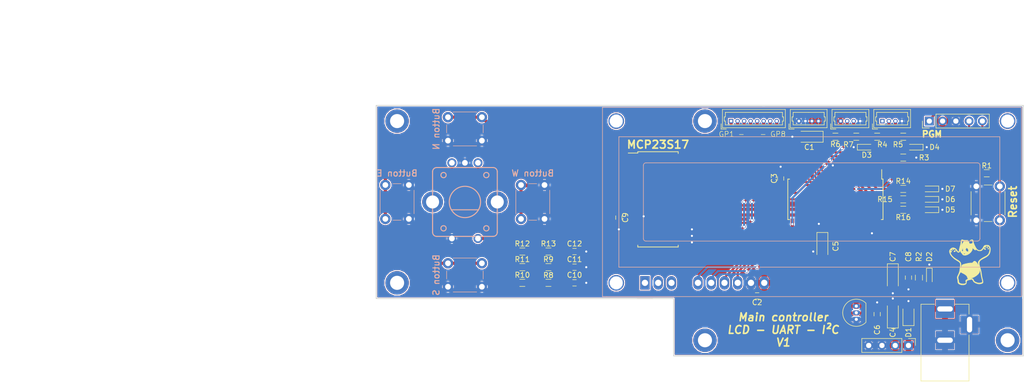
<source format=kicad_pcb>
(kicad_pcb (version 4) (host pcbnew 4.0.7)
  (layers (0 F.Cu signal) (31 B.Cu signal) (34 B.Paste user) (35 F.Paste user) (36 B.SilkS user) (37 F.SilkS user) (38 B.Mask user) (39 F.Mask user) (44 Edge.Cuts user))
  (net 0 "")
  (net 1 +3V3)
  (net 2 GND)
  (net 3 +5V)
  (net 4 "Net-(C5-Pad1)")
  (net 5 /ROT_R1)
  (net 6 /ROT_R2)
  (net 7 /ROT_B1)
  (net 8 "Net-(D2-Pad2)")
  (net 9 "Net-(D3-Pad2)")
  (net 10 "Net-(D4-Pad2)")
  (net 11 /RESET)
  (net 12 /PGM_PGED)
  (net 13 /PGM_PGEC)
  (net 14 /SER_TX)
  (net 15 /SER_RX)
  (net 16 /I2C_SDA)
  (net 17 /I2C_SCL)
  (net 18 /GPA0)
  (net 19 /GPA1)
  (net 20 /GPA2)
  (net 21 /GPA3)
  (net 22 /GPA4)
  (net 23 /GPA5)
  (net 24 /GPA6)
  (net 25 /GPA7)
  (net 26 "Net-(R10-Pad2)")
  (net 27 "Net-(R11-Pad1)")
  (net 28 "Net-(R12-Pad2)")
  (net 29 /BTN0)
  (net 30 /BTN1)
  (net 31 /BTN2)
  (net 32 /BTN3)
  (net 33 /LCD_SS)
  (net 34 /LCD_SDI)
  (net 35 /LCD_SCK)
  (net 36 /LCD_SDO)
  (net 37 /IO_CS)
  (net 38 /IO_SCK)
  (net 39 /IO_SDO)
  (net 40 /IO_SDI)
  (net 41 /IO_INTA)
  (net 42 /IO_INTB)
  (net 43 "Net-(D5-Pad2)")
  (net 44 "Net-(D6-Pad2)")
  (net 45 "Net-(D7-Pad2)")
  (net 46 "Net-(R14-Pad2)")
  (net 47 "Net-(R15-Pad2)")
  (net 48 "Net-(R16-Pad2)")
  (net 49 "Net-(J3-Pad1)")
  (net 50 "Net-(J7-Pad1)")
  (net 51 "Net-(J8-Pad1)")
  (net 52 "Net-(J9-Pad1)")
  (net 53 "Net-(J11-Pad1)")
  (net 54 "Net-(J12-Pad1)")
  (net 55 "Net-(U1-Pad1)")
  (net 56 "Net-(U1-Pad2)")
  (net 57 "Net-(U1-Pad3)")
  (net 58 "Net-(U3-Pad9)")
  (net 59 "Net-(U3-Pad10)")
  (net 60 "Net-(U4-Pad5)")
  (module LCD:mySW_PUSH_6mm (layer B.Cu) (at 47 79.5 180)
    (fp_text reference SW4 hide)
    (fp_text value SW)
    (pad 2 thru_hole circle (at -3.25 -2.25 90) (size 2 2) (drill 1.1) (layers *.Cu *.Mask) (net 2 GND))
    (pad 1 thru_hole circle (at -3.25 2.25 90) (size 2 2) (drill 1.1) (layers *.Cu *.Mask) (net 31 /BTN2))
    (pad 2 thru_hole circle (at 3.25 -2.25 90) (size 2 2) (drill 1.1) (layers *.Cu *.Mask) (net 2 GND))
    (pad 1 thru_hole circle (at 3.25 2.25 90) (size 2 2) (drill 1.1) (layers *.Cu *.Mask) (net 31 /BTN2))
  )
  (module Mounting_Holes:MountingHole_2.7mm_M2.5_ISO14580_Pad (layer F.Cu) (at 93 50)
    (fp_text reference J7 hide)
    (fp_text value MH)
    (pad 1 thru_hole circle (at 0 0) (size 4.5 4.5) (drill 2.7) (layers *.Cu *.Mask) (net 50 "Net-(J7-Pad1)"))
  )
  (module Capacitors_Tantalum_SMD:CP_Tantalum_Case-A_EIA-3216-18_Reflow (layer F.Cu) (at 113 53 180)
    (fp_text reference C1 (at 0 -2 180) (layer F.SilkS))
    (fp_text value 1µ)
    (pad 1 smd rect (at -1.375 0 180) (size 1.95 1.5) (layers F.Cu F.Paste F.Mask) (net 1 +3V3))
    (pad 2 smd rect (at 1.375 0 180) (size 1.95 1.5) (layers F.Cu F.Paste F.Mask) (net 2 GND))
  )
  (module Capacitors_SMD:C_0603_HandSoldering (layer F.Cu) (at 103 83.5 180)
    (fp_text reference C2 (at 0 -1.25 180) (layer F.SilkS))
    (fp_text value 10n)
    (pad 1 smd rect (at -0.95 0 180) (size 1.2 0.75) (layers F.Cu F.Paste F.Mask) (net 3 +5V))
    (pad 2 smd rect (at 0.95 0 180) (size 1.2 0.75) (layers F.Cu F.Paste F.Mask) (net 2 GND))
  )
  (module Capacitors_SMD:C_0603_HandSoldering (layer F.Cu) (at 107.5 61 90)
    (fp_text reference C3 (at 0 -1.25 90) (layer F.SilkS))
    (fp_text value 10n)
    (pad 1 smd rect (at -0.95 0 90) (size 1.2 0.75) (layers F.Cu F.Paste F.Mask) (net 1 +3V3))
    (pad 2 smd rect (at 0.95 0 90) (size 1.2 0.75) (layers F.Cu F.Paste F.Mask) (net 2 GND))
  )
  (module Capacitors_Tantalum_SMD:CP_Tantalum_Case-A_EIA-3216-18_Reflow (layer F.Cu) (at 129 87 90)
    (fp_text reference C4 (at -3.5 0 90) (layer F.SilkS))
    (fp_text value 1µ)
    (pad 1 smd rect (at -1.375 0 90) (size 1.95 1.5) (layers F.Cu F.Paste F.Mask) (net 3 +5V))
    (pad 2 smd rect (at 1.375 0 90) (size 1.95 1.5) (layers F.Cu F.Paste F.Mask) (net 2 GND))
  )
  (module Capacitors_Tantalum_SMD:CP_Tantalum_Case-A_EIA-3216-18_Reflow (layer F.Cu) (at 115.5 74 270)
    (fp_text reference C5 (at 0 -2.55 270) (layer F.SilkS))
    (fp_text value 10µ)
    (pad 1 smd rect (at -1.375 0 270) (size 1.95 1.5) (layers F.Cu F.Paste F.Mask) (net 4 "Net-(C5-Pad1)"))
    (pad 2 smd rect (at 1.375 0 270) (size 1.95 1.5) (layers F.Cu F.Paste F.Mask) (net 2 GND))
  )
  (module Capacitors_SMD:C_0603_HandSoldering (layer F.Cu) (at 126 87 90)
    (fp_text reference C6 (at -3 0 90) (layer F.SilkS))
    (fp_text value 100n)
    (pad 1 smd rect (at -0.95 0 90) (size 1.2 0.75) (layers F.Cu F.Paste F.Mask) (net 3 +5V))
    (pad 2 smd rect (at 0.95 0 90) (size 1.2 0.75) (layers F.Cu F.Paste F.Mask) (net 2 GND))
  )
  (module Capacitors_Tantalum_SMD:CP_Tantalum_Case-A_EIA-3216-18_Reflow (layer F.Cu) (at 129 80 270)
    (fp_text reference C7 (at -4 0 270) (layer F.SilkS))
    (fp_text value 1µ)
    (pad 1 smd rect (at -1.375 0 270) (size 1.95 1.5) (layers F.Cu F.Paste F.Mask) (net 1 +3V3))
    (pad 2 smd rect (at 1.375 0 270) (size 1.95 1.5) (layers F.Cu F.Paste F.Mask) (net 2 GND))
  )
  (module Capacitors_SMD:C_0603_HandSoldering (layer F.Cu) (at 132 80 270)
    (fp_text reference C8 (at -4 0 270) (layer F.SilkS))
    (fp_text value 100n)
    (pad 1 smd rect (at -0.95 0 270) (size 1.2 0.75) (layers F.Cu F.Paste F.Mask) (net 1 +3V3))
    (pad 2 smd rect (at 0.95 0 270) (size 1.2 0.75) (layers F.Cu F.Paste F.Mask) (net 2 GND))
  )
  (module Capacitors_SMD:C_0603_HandSoldering (layer F.Cu) (at 76.5 68.5 270)
    (fp_text reference C9 (at 0 -1.25 270) (layer F.SilkS))
    (fp_text value 100n)
    (pad 1 smd rect (at -0.95 0 270) (size 1.2 0.75) (layers F.Cu F.Paste F.Mask) (net 3 +5V))
    (pad 2 smd rect (at 0.95 0 270) (size 1.2 0.75) (layers F.Cu F.Paste F.Mask) (net 2 GND))
  )
  (module Capacitors_SMD:C_0603_HandSoldering (layer F.Cu) (at 68 81 180)
    (fp_text reference C10 (at 0 1.5 180) (layer F.SilkS))
    (fp_text value 10n)
    (pad 1 smd rect (at -0.95 0 180) (size 1.2 0.75) (layers F.Cu F.Paste F.Mask) (net 2 GND))
    (pad 2 smd rect (at 0.95 0 180) (size 1.2 0.75) (layers F.Cu F.Paste F.Mask) (net 5 /ROT_R1))
  )
  (module Capacitors_SMD:C_0603_HandSoldering (layer F.Cu) (at 68 78)
    (fp_text reference C11 (at 0 -1.5) (layer F.SilkS))
    (fp_text value 10n)
    (pad 1 smd rect (at -0.95 0) (size 1.2 0.75) (layers F.Cu F.Paste F.Mask) (net 6 /ROT_R2))
    (pad 2 smd rect (at 0.95 0) (size 1.2 0.75) (layers F.Cu F.Paste F.Mask) (net 2 GND))
  )
  (module Capacitors_SMD:C_0603_HandSoldering (layer F.Cu) (at 68 75)
    (fp_text reference C12 (at 0 -1.5) (layer F.SilkS))
    (fp_text value 10n)
    (pad 1 smd rect (at -0.95 0) (size 1.2 0.75) (layers F.Cu F.Paste F.Mask) (net 7 /ROT_B1))
    (pad 2 smd rect (at 0.95 0) (size 1.2 0.75) (layers F.Cu F.Paste F.Mask) (net 2 GND))
  )
  (module Diodes_SMD:D_1206 (layer F.Cu) (at 132 87 90)
    (fp_text reference D1 (at -3.5 0 90) (layer F.SilkS))
    (fp_text value D)
    (pad 1 smd rect (at -1.5 0 90) (size 1 1.6) (layers F.Cu F.Paste F.Mask) (net 3 +5V))
    (pad 2 smd rect (at 1.5 0 90) (size 1 1.6) (layers F.Cu F.Paste F.Mask) (net 2 GND))
  )
  (module LEDs:LED_0603_HandSoldering (layer F.Cu) (at 136 80 270)
    (fp_text reference D2 (at -4 0 270) (layer F.SilkS))
    (fp_text value LED)
    (pad 1 smd rect (at -1.1 0 270) (size 1.2 0.9) (layers F.Cu F.Paste F.Mask) (net 2 GND))
    (pad 2 smd rect (at 1.1 0 270) (size 1.2 0.9) (layers F.Cu F.Paste F.Mask) (net 8 "Net-(D2-Pad2)"))
  )
  (module LEDs:LED_0603_HandSoldering (layer F.Cu) (at 124 55)
    (fp_text reference D3 (at 0 1.5) (layer F.SilkS))
    (fp_text value LED)
    (pad 1 smd rect (at -1.1 0) (size 1.2 0.9) (layers F.Cu F.Paste F.Mask) (net 2 GND))
    (pad 2 smd rect (at 1.1 0) (size 1.2 0.9) (layers F.Cu F.Paste F.Mask) (net 9 "Net-(D3-Pad2)"))
  )
  (module LEDs:LED_0603_HandSoldering (layer F.Cu) (at 133 55 180)
    (fp_text reference D4 (at -4 0 180) (layer F.SilkS))
    (fp_text value LED)
    (pad 1 smd rect (at -1.1 0 180) (size 1.2 0.9) (layers F.Cu F.Paste F.Mask) (net 2 GND))
    (pad 2 smd rect (at 1.1 0 180) (size 1.2 0.9) (layers F.Cu F.Paste F.Mask) (net 10 "Net-(D4-Pad2)"))
  )
  (module Pin_Headers:Pin_Header_Straight_1x05_Pitch2.54mm (layer F.Cu) (at 136 50 90)
    (fp_text reference J2 hide)
    (fp_text value PGM)
    (pad 1 thru_hole rect (at 0 0 90) (size 1.7 1.7) (drill 1) (layers *.Cu *.Mask) (net 11 /RESET))
    (pad 2 thru_hole oval (at 0 2.54 90) (size 1.7 1.7) (drill 1) (layers *.Cu *.Mask) (net 1 +3V3))
    (pad 3 thru_hole oval (at 0 5.08 90) (size 1.7 1.7) (drill 1) (layers *.Cu *.Mask) (net 2 GND))
    (pad 4 thru_hole oval (at 0 7.62 90) (size 1.7 1.7) (drill 1) (layers *.Cu *.Mask) (net 12 /PGM_PGED))
    (pad 5 thru_hole oval (at 0 10.16 90) (size 1.7 1.7) (drill 1) (layers *.Cu *.Mask) (net 13 /PGM_PGEC))
  )
  (module Connectors_Molex:Molex_PicoBlade_53047-0410_04x1.25mm_Straight (layer F.Cu) (at 127 50)
    (fp_text reference J3 hide)
    (fp_text value SERIAL)
    (pad 1 thru_hole rect (at 0 0) (size 0.85 0.85) (drill 0.5) (layers *.Cu *.Mask) (net 49 "Net-(J3-Pad1)"))
    (pad 2 thru_hole circle (at 1.25 0) (size 0.85 0.85) (drill 0.5) (layers *.Cu *.Mask) (net 14 /SER_TX))
    (pad 3 thru_hole circle (at 2.5 0) (size 0.85 0.85) (drill 0.5) (layers *.Cu *.Mask) (net 15 /SER_RX))
    (pad 4 thru_hole circle (at 3.75 0) (size 0.85 0.85) (drill 0.5) (layers *.Cu *.Mask) (net 2 GND))
  )
  (module Connectors_Molex:Molex_PicoBlade_53047-0410_04x1.25mm_Straight (layer F.Cu) (at 119 50)
    (fp_text reference J4 hide)
    (fp_text value I2C)
    (pad 1 thru_hole rect (at 0 0) (size 0.85 0.85) (drill 0.5) (layers *.Cu *.Mask) (net 1 +3V3))
    (pad 2 thru_hole circle (at 1.25 0) (size 0.85 0.85) (drill 0.5) (layers *.Cu *.Mask) (net 16 /I2C_SDA))
    (pad 3 thru_hole circle (at 2.5 0) (size 0.85 0.85) (drill 0.5) (layers *.Cu *.Mask) (net 17 /I2C_SCL))
    (pad 4 thru_hole circle (at 3.75 0) (size 0.85 0.85) (drill 0.5) (layers *.Cu *.Mask) (net 2 GND))
  )
  (module Connectors_Molex:Molex_PicoBlade_53047-0810_08x1.25mm_Straight (layer F.Cu) (at 98 50)
    (fp_text reference J5 hide)
    (fp_text value IO)
    (pad 1 thru_hole rect (at 0 0) (size 0.85 0.85) (drill 0.5) (layers *.Cu *.Mask) (net 25 /GPA7))
    (pad 2 thru_hole circle (at 1.25 0) (size 0.85 0.85) (drill 0.5) (layers *.Cu *.Mask) (net 24 /GPA6))
    (pad 3 thru_hole circle (at 2.5 0) (size 0.85 0.85) (drill 0.5) (layers *.Cu *.Mask) (net 23 /GPA5))
    (pad 4 thru_hole circle (at 3.75 0) (size 0.85 0.85) (drill 0.5) (layers *.Cu *.Mask) (net 22 /GPA4))
    (pad 5 thru_hole circle (at 5 0) (size 0.85 0.85) (drill 0.5) (layers *.Cu *.Mask) (net 21 /GPA3))
    (pad 6 thru_hole circle (at 6.25 0) (size 0.85 0.85) (drill 0.5) (layers *.Cu *.Mask) (net 20 /GPA2))
    (pad 7 thru_hole circle (at 7.5 0) (size 0.85 0.85) (drill 0.5) (layers *.Cu *.Mask) (net 19 /GPA1))
    (pad 8 thru_hole circle (at 8.75 0) (size 0.85 0.85) (drill 0.5) (layers *.Cu *.Mask) (net 18 /GPA0))
  )
  (module Connectors_Molex:Molex_PicoBlade_53047-0410_04x1.25mm_Straight (layer F.Cu) (at 111 50)
    (fp_text reference J6 hide)
    (fp_text value PWR)
    (pad 1 thru_hole rect (at 0 0) (size 0.85 0.85) (drill 0.5) (layers *.Cu *.Mask) (net 2 GND))
    (pad 2 thru_hole circle (at 1.25 0) (size 0.85 0.85) (drill 0.5) (layers *.Cu *.Mask) (net 2 GND))
    (pad 3 thru_hole circle (at 2.5 0) (size 0.85 0.85) (drill 0.5) (layers *.Cu *.Mask) (net 1 +3V3))
    (pad 4 thru_hole circle (at 3.75 0) (size 0.85 0.85) (drill 0.5) (layers *.Cu *.Mask) (net 1 +3V3))
  )
  (module Resistors_SMD:R_0603_HandSoldering (layer F.Cu) (at 147 60)
    (fp_text reference R1 (at 0 -1.45) (layer F.SilkS))
    (fp_text value 10k)
    (pad 1 smd rect (at -1.1 0) (size 1.2 0.9) (layers F.Cu F.Paste F.Mask) (net 1 +3V3))
    (pad 2 smd rect (at 1.1 0) (size 1.2 0.9) (layers F.Cu F.Paste F.Mask) (net 11 /RESET))
  )
  (module Resistors_SMD:R_0603_HandSoldering (layer F.Cu) (at 134 80 90)
    (fp_text reference R2 (at 4 0 90) (layer F.SilkS))
    (fp_text value 2.87k)
    (pad 1 smd rect (at -1.1 0 90) (size 1.2 0.9) (layers F.Cu F.Paste F.Mask) (net 8 "Net-(D2-Pad2)"))
    (pad 2 smd rect (at 1.1 0 90) (size 1.2 0.9) (layers F.Cu F.Paste F.Mask) (net 1 +3V3))
  )
  (module Resistors_SMD:R_0603_HandSoldering (layer F.Cu) (at 131 57 180)
    (fp_text reference R3 (at -4 0 180) (layer F.SilkS))
    (fp_text value 10k)
    (pad 1 smd rect (at -1.1 0 180) (size 1.2 0.9) (layers F.Cu F.Paste F.Mask) (net 2 GND))
    (pad 2 smd rect (at 1.1 0 180) (size 1.2 0.9) (layers F.Cu F.Paste F.Mask) (net 15 /SER_RX))
  )
  (module Resistors_SMD:R_0603_HandSoldering (layer F.Cu) (at 126 53)
    (fp_text reference R4 (at 1 1.5) (layer F.SilkS))
    (fp_text value 2k87)
    (pad 1 smd rect (at -1.1 0) (size 1.2 0.9) (layers F.Cu F.Paste F.Mask) (net 9 "Net-(D3-Pad2)"))
    (pad 2 smd rect (at 1.1 0) (size 1.2 0.9) (layers F.Cu F.Paste F.Mask) (net 14 /SER_TX))
  )
  (module Resistors_SMD:R_0603_HandSoldering (layer F.Cu) (at 131 53 180)
    (fp_text reference R5 (at 1 -1.5 180) (layer F.SilkS))
    (fp_text value 2k87)
    (pad 1 smd rect (at -1.1 0 180) (size 1.2 0.9) (layers F.Cu F.Paste F.Mask) (net 10 "Net-(D4-Pad2)"))
    (pad 2 smd rect (at 1.1 0 180) (size 1.2 0.9) (layers F.Cu F.Paste F.Mask) (net 15 /SER_RX))
  )
  (module Resistors_SMD:R_0603_HandSoldering (layer F.Cu) (at 118 53 180)
    (fp_text reference R6 (at 0 -1.45 180) (layer F.SilkS))
    (fp_text value 2k16)
    (pad 1 smd rect (at -1.1 0 180) (size 1.2 0.9) (layers F.Cu F.Paste F.Mask) (net 16 /I2C_SDA))
    (pad 2 smd rect (at 1.1 0 180) (size 1.2 0.9) (layers F.Cu F.Paste F.Mask) (net 1 +3V3))
  )
  (module Resistors_SMD:R_0603_HandSoldering (layer F.Cu) (at 122 53)
    (fp_text reference R7 (at -1.5 1.5) (layer F.SilkS))
    (fp_text value 2k16)
    (pad 1 smd rect (at -1.1 0) (size 1.2 0.9) (layers F.Cu F.Paste F.Mask) (net 17 /I2C_SCL))
    (pad 2 smd rect (at 1.1 0) (size 1.2 0.9) (layers F.Cu F.Paste F.Mask) (net 1 +3V3))
  )
  (module Resistors_SMD:R_0603_HandSoldering (layer F.Cu) (at 63 81)
    (fp_text reference R8 (at 0 -1.45) (layer F.SilkS))
    (fp_text value 10k)
    (pad 1 smd rect (at -1.1 0) (size 1.2 0.9) (layers F.Cu F.Paste F.Mask) (net 26 "Net-(R10-Pad2)"))
    (pad 2 smd rect (at 1.1 0) (size 1.2 0.9) (layers F.Cu F.Paste F.Mask) (net 5 /ROT_R1))
  )
  (module Resistors_SMD:R_0603_HandSoldering (layer F.Cu) (at 63 78)
    (fp_text reference R9 (at 0 -1.5) (layer F.SilkS))
    (fp_text value 10k)
    (pad 1 smd rect (at -1.1 0) (size 1.2 0.9) (layers F.Cu F.Paste F.Mask) (net 27 "Net-(R11-Pad1)"))
    (pad 2 smd rect (at 1.1 0) (size 1.2 0.9) (layers F.Cu F.Paste F.Mask) (net 6 /ROT_R2))
  )
  (module Resistors_SMD:R_0603_HandSoldering (layer F.Cu) (at 58 81)
    (fp_text reference R10 (at 0 -1.5) (layer F.SilkS))
    (fp_text value 10k)
    (pad 1 smd rect (at -1.1 0) (size 1.2 0.9) (layers F.Cu F.Paste F.Mask) (net 3 +5V))
    (pad 2 smd rect (at 1.1 0) (size 1.2 0.9) (layers F.Cu F.Paste F.Mask) (net 26 "Net-(R10-Pad2)"))
  )
  (module Resistors_SMD:R_0603_HandSoldering (layer F.Cu) (at 58 78 180)
    (fp_text reference R11 (at 0 1.5 180) (layer F.SilkS))
    (fp_text value 10k)
    (pad 1 smd rect (at -1.1 0 180) (size 1.2 0.9) (layers F.Cu F.Paste F.Mask) (net 27 "Net-(R11-Pad1)"))
    (pad 2 smd rect (at 1.1 0 180) (size 1.2 0.9) (layers F.Cu F.Paste F.Mask) (net 3 +5V))
  )
  (module Resistors_SMD:R_0603_HandSoldering (layer F.Cu) (at 58 75)
    (fp_text reference R12 (at 0 -1.5) (layer F.SilkS))
    (fp_text value 10k)
    (pad 1 smd rect (at -1.1 0) (size 1.2 0.9) (layers F.Cu F.Paste F.Mask) (net 3 +5V))
    (pad 2 smd rect (at 1.1 0) (size 1.2 0.9) (layers F.Cu F.Paste F.Mask) (net 28 "Net-(R12-Pad2)"))
  )
  (module Resistors_SMD:R_0603_HandSoldering (layer F.Cu) (at 63 75 180)
    (fp_text reference R13 (at 0 1.5 180) (layer F.SilkS))
    (fp_text value 10k)
    (pad 1 smd rect (at -1.1 0 180) (size 1.2 0.9) (layers F.Cu F.Paste F.Mask) (net 7 /ROT_B1))
    (pad 2 smd rect (at 1.1 0 180) (size 1.2 0.9) (layers F.Cu F.Paste F.Mask) (net 28 "Net-(R12-Pad2)"))
  )
  (module Buttons_Switches_THT:SW_PUSH_6mm (layer F.Cu) (at 145 69 90)
    (fp_text reference SW1 hide)
    (fp_text value SW_Push)
    (pad 2 thru_hole circle (at 0 4.5 180) (size 2 2) (drill 1.1) (layers *.Cu *.Mask) (net 11 /RESET))
    (pad 1 thru_hole circle (at 0 0 180) (size 2 2) (drill 1.1) (layers *.Cu *.Mask) (net 2 GND))
    (pad 2 thru_hole circle (at 6.5 4.5 180) (size 2 2) (drill 1.1) (layers *.Cu *.Mask) (net 11 /RESET))
    (pad 1 thru_hole circle (at 6.5 0 180) (size 2 2) (drill 1.1) (layers *.Cu *.Mask) (net 2 GND))
  )
  (module LCD:WC1602A (layer B.Cu) (at 81.4991 81.0007)
    (fp_text reference U1 hide)
    (fp_text value NHD-0216K3Z)
    (pad 1 thru_hole rect (at 0 0) (size 1.8 2.6) (drill 1.2) (layers *.Cu *.Mask) (net 55 "Net-(U1-Pad1)"))
    (pad 2 thru_hole oval (at 2.54 0) (size 1.8 2.6) (drill 1.2) (layers *.Cu *.Mask) (net 56 "Net-(U1-Pad2)"))
    (pad 3 thru_hole oval (at 5.08 0) (size 1.8 2.6) (drill 1.2) (layers *.Cu *.Mask) (net 57 "Net-(U1-Pad3)"))
    (pad 4 thru_hole oval (at 10.16 0) (size 1.8 2.6) (drill 1.2) (layers *.Cu *.Mask) (net 33 /LCD_SS))
    (pad 5 thru_hole oval (at 12.7 0) (size 1.8 2.6) (drill 1.2) (layers *.Cu *.Mask) (net 34 /LCD_SDI))
    (pad 6 thru_hole oval (at 15.24 0) (size 1.8 2.6) (drill 1.2) (layers *.Cu *.Mask) (net 35 /LCD_SCK))
    (pad 7 thru_hole oval (at 17.78 0) (size 1.8 2.6) (drill 1.2) (layers *.Cu *.Mask) (net 36 /LCD_SDO))
    (pad 8 thru_hole oval (at 20.32 0) (size 1.8 2.6) (drill 1.2) (layers *.Cu *.Mask) (net 2 GND))
    (pad 9 thru_hole oval (at 22.86 0) (size 1.8 2.6) (drill 1.2) (layers *.Cu *.Mask) (net 3 +5V))
    (pad "" thru_hole circle (at -5.4991 0) (size 3 3) (drill 2.5) (layers *.Cu *.Mask))
    (pad "" thru_hole circle (at -5.4991 -31.0007) (size 3 3) (drill 2.5) (layers *.Cu *.Mask))
    (pad "" thru_hole circle (at 69.49948 -31.0007) (size 3 3) (drill 2.5) (layers *.Cu *.Mask))
    (pad "" thru_hole circle (at 69.5 0) (size 3 3) (drill 2.5) (layers *.Cu *.Mask))
  )
  (module TO_SOT_Packages_THT:TO-92_Inline_Narrow_Oval (layer F.Cu) (at 122 88 90)
    (fp_text reference U2 hide)
    (fp_text value MCP1700)
    (pad 2 thru_hole oval (at 1.27 0 270) (size 0.9 1.5) (drill 0.6) (layers *.Cu *.Mask) (net 3 +5V))
    (pad 3 thru_hole oval (at 2.54 0 270) (size 0.9 1.5) (drill 0.6) (layers *.Cu *.Mask) (net 1 +3V3))
    (pad 1 thru_hole rect (at 0 0 270) (size 0.9 1.5) (drill 0.6) (layers *.Cu *.Mask) (net 2 GND))
  )
  (module Housings_SOIC:SOIC-28W_7.5x17.9mm_Pitch1.27mm (layer F.Cu) (at 118 65 270)
    (fp_text reference U3 hide)
    (fp_text value dsPIC33EPXXXGP502)
    (pad 1 smd rect (at -4.7 -8.255 270) (size 2 0.6) (layers F.Cu F.Paste F.Mask) (net 11 /RESET))
    (pad 2 smd rect (at -4.7 -6.985 270) (size 2 0.6) (layers F.Cu F.Paste F.Mask) (net 46 "Net-(R14-Pad2)"))
    (pad 3 smd rect (at -4.7 -5.715 270) (size 2 0.6) (layers F.Cu F.Paste F.Mask) (net 47 "Net-(R15-Pad2)"))
    (pad 4 smd rect (at -4.7 -4.445 270) (size 2 0.6) (layers F.Cu F.Paste F.Mask) (net 48 "Net-(R16-Pad2)"))
    (pad 5 smd rect (at -4.7 -3.175 270) (size 2 0.6) (layers F.Cu F.Paste F.Mask) (net 37 /IO_CS))
    (pad 6 smd rect (at -4.7 -1.905 270) (size 2 0.6) (layers F.Cu F.Paste F.Mask) (net 13 /PGM_PGEC))
    (pad 7 smd rect (at -4.7 -0.635 270) (size 2 0.6) (layers F.Cu F.Paste F.Mask) (net 12 /PGM_PGED))
    (pad 8 smd rect (at -4.7 0.635 270) (size 2 0.6) (layers F.Cu F.Paste F.Mask) (net 2 GND))
    (pad 9 smd rect (at -4.7 1.905 270) (size 2 0.6) (layers F.Cu F.Paste F.Mask) (net 58 "Net-(U3-Pad9)"))
    (pad 10 smd rect (at -4.7 3.175 270) (size 2 0.6) (layers F.Cu F.Paste F.Mask) (net 59 "Net-(U3-Pad10)"))
    (pad 11 smd rect (at -4.7 4.445 270) (size 2 0.6) (layers F.Cu F.Paste F.Mask) (net 15 /SER_RX))
    (pad 12 smd rect (at -4.7 5.715 270) (size 2 0.6) (layers F.Cu F.Paste F.Mask) (net 14 /SER_TX))
    (pad 13 smd rect (at -4.7 6.985 270) (size 2 0.6) (layers F.Cu F.Paste F.Mask) (net 1 +3V3))
    (pad 14 smd rect (at -4.7 8.255 270) (size 2 0.6) (layers F.Cu F.Paste F.Mask) (net 16 /I2C_SDA))
    (pad 15 smd rect (at 4.7 8.255 270) (size 2 0.6) (layers F.Cu F.Paste F.Mask) (net 17 /I2C_SCL))
    (pad 16 smd rect (at 4.7 6.985 270) (size 2 0.6) (layers F.Cu F.Paste F.Mask) (net 38 /IO_SCK))
    (pad 17 smd rect (at 4.7 5.715 270) (size 2 0.6) (layers F.Cu F.Paste F.Mask) (net 39 /IO_SDO))
    (pad 18 smd rect (at 4.7 4.445 270) (size 2 0.6) (layers F.Cu F.Paste F.Mask) (net 40 /IO_SDI))
    (pad 19 smd rect (at 4.7 3.175 270) (size 2 0.6) (layers F.Cu F.Paste F.Mask) (net 2 GND))
    (pad 20 smd rect (at 4.7 1.905 270) (size 2 0.6) (layers F.Cu F.Paste F.Mask) (net 4 "Net-(C5-Pad1)"))
    (pad 21 smd rect (at 4.7 0.635 270) (size 2 0.6) (layers F.Cu F.Paste F.Mask) (net 35 /LCD_SCK))
    (pad 22 smd rect (at 4.7 -0.635 270) (size 2 0.6) (layers F.Cu F.Paste F.Mask) (net 36 /LCD_SDO))
    (pad 23 smd rect (at 4.7 -1.905 270) (size 2 0.6) (layers F.Cu F.Paste F.Mask) (net 34 /LCD_SDI))
    (pad 24 smd rect (at 4.7 -3.175 270) (size 2 0.6) (layers F.Cu F.Paste F.Mask) (net 33 /LCD_SS))
    (pad 25 smd rect (at 4.7 -4.445 270) (size 2 0.6) (layers F.Cu F.Paste F.Mask) (net 41 /IO_INTA))
    (pad 26 smd rect (at 4.7 -5.715 270) (size 2 0.6) (layers F.Cu F.Paste F.Mask) (net 42 /IO_INTB))
    (pad 27 smd rect (at 4.7 -6.985 270) (size 2 0.6) (layers F.Cu F.Paste F.Mask) (net 2 GND))
    (pad 28 smd rect (at 4.7 -8.255 270) (size 2 0.6) (layers F.Cu F.Paste F.Mask) (net 1 +3V3))
  )
  (module Housings_SOIC:SOIC-28W_7.5x17.9mm_Pitch1.27mm (layer F.Cu) (at 84 65)
    (fp_text reference U4 hide)
    (fp_text value MCP23S17)
    (pad 1 smd rect (at -4.7 -8.255) (size 2 0.6) (layers F.Cu F.Paste F.Mask) (net 29 /BTN0))
    (pad 2 smd rect (at -4.7 -6.985) (size 2 0.6) (layers F.Cu F.Paste F.Mask) (net 30 /BTN1))
    (pad 3 smd rect (at -4.7 -5.715) (size 2 0.6) (layers F.Cu F.Paste F.Mask) (net 31 /BTN2))
    (pad 4 smd rect (at -4.7 -4.445) (size 2 0.6) (layers F.Cu F.Paste F.Mask) (net 32 /BTN3))
    (pad 5 smd rect (at -4.7 -3.175) (size 2 0.6) (layers F.Cu F.Paste F.Mask) (net 60 "Net-(U4-Pad5)"))
    (pad 6 smd rect (at -4.7 -1.905) (size 2 0.6) (layers F.Cu F.Paste F.Mask) (net 7 /ROT_B1))
    (pad 7 smd rect (at -4.7 -0.635) (size 2 0.6) (layers F.Cu F.Paste F.Mask) (net 6 /ROT_R2))
    (pad 8 smd rect (at -4.7 0.635) (size 2 0.6) (layers F.Cu F.Paste F.Mask) (net 5 /ROT_R1))
    (pad 9 smd rect (at -4.7 1.905) (size 2 0.6) (layers F.Cu F.Paste F.Mask) (net 3 +5V))
    (pad 10 smd rect (at -4.7 3.175) (size 2 0.6) (layers F.Cu F.Paste F.Mask) (net 2 GND))
    (pad 11 smd rect (at -4.7 4.445) (size 2 0.6) (layers F.Cu F.Paste F.Mask) (net 37 /IO_CS))
    (pad 12 smd rect (at -4.7 5.715) (size 2 0.6) (layers F.Cu F.Paste F.Mask) (net 38 /IO_SCK))
    (pad 13 smd rect (at -4.7 6.985) (size 2 0.6) (layers F.Cu F.Paste F.Mask) (net 39 /IO_SDO))
    (pad 14 smd rect (at -4.7 8.255) (size 2 0.6) (layers F.Cu F.Paste F.Mask) (net 40 /IO_SDI))
    (pad 15 smd rect (at 4.7 8.255) (size 2 0.6) (layers F.Cu F.Paste F.Mask) (net 2 GND))
    (pad 16 smd rect (at 4.7 6.985) (size 2 0.6) (layers F.Cu F.Paste F.Mask) (net 2 GND))
    (pad 17 smd rect (at 4.7 5.715) (size 2 0.6) (layers F.Cu F.Paste F.Mask) (net 2 GND))
    (pad 18 smd rect (at 4.7 4.445) (size 2 0.6) (layers F.Cu F.Paste F.Mask) (net 11 /RESET))
    (pad 19 smd rect (at 4.7 3.175) (size 2 0.6) (layers F.Cu F.Paste F.Mask) (net 41 /IO_INTA))
    (pad 20 smd rect (at 4.7 1.905) (size 2 0.6) (layers F.Cu F.Paste F.Mask) (net 42 /IO_INTB))
    (pad 21 smd rect (at 4.7 0.635) (size 2 0.6) (layers F.Cu F.Paste F.Mask) (net 18 /GPA0))
    (pad 22 smd rect (at 4.7 -0.635) (size 2 0.6) (layers F.Cu F.Paste F.Mask) (net 19 /GPA1))
    (pad 23 smd rect (at 4.7 -1.905) (size 2 0.6) (layers F.Cu F.Paste F.Mask) (net 20 /GPA2))
    (pad 24 smd rect (at 4.7 -3.175) (size 2 0.6) (layers F.Cu F.Paste F.Mask) (net 21 /GPA3))
    (pad 25 smd rect (at 4.7 -4.445) (size 2 0.6) (layers F.Cu F.Paste F.Mask) (net 22 /GPA4))
    (pad 26 smd rect (at 4.7 -5.715) (size 2 0.6) (layers F.Cu F.Paste F.Mask) (net 23 /GPA5))
    (pad 27 smd rect (at 4.7 -6.985) (size 2 0.6) (layers F.Cu F.Paste F.Mask) (net 24 /GPA6))
    (pad 28 smd rect (at 4.7 -8.255) (size 2 0.6) (layers F.Cu F.Paste F.Mask) (net 25 /GPA7))
  )
  (module Mounting_Holes:MountingHole_2.7mm_M2.5_ISO14580_Pad (layer F.Cu) (at 93 92)
    (fp_text reference J8 hide)
    (fp_text value MH)
    (pad 1 thru_hole circle (at 0 0) (size 4.5 4.5) (drill 2.7) (layers *.Cu *.Mask) (net 51 "Net-(J8-Pad1)"))
  )
  (module Mounting_Holes:MountingHole_2.7mm_M2.5_ISO14580_Pad (layer F.Cu) (at 151 92)
    (fp_text reference J9 hide)
    (fp_text value MH)
    (pad 1 thru_hole circle (at 0 0) (size 4.5 4.5) (drill 2.7) (layers *.Cu *.Mask) (net 52 "Net-(J9-Pad1)"))
  )
  (module LCD:mySW_PUSH_6mm (layer B.Cu) (at 47 51.5 180)
    (fp_text reference SW2 hide)
    (fp_text value SW)
    (pad 2 thru_hole circle (at -3.25 -2.25 90) (size 2 2) (drill 1.1) (layers *.Cu *.Mask) (net 2 GND))
    (pad 1 thru_hole circle (at -3.25 2.25 90) (size 2 2) (drill 1.1) (layers *.Cu *.Mask) (net 29 /BTN0))
    (pad 2 thru_hole circle (at 3.25 -2.25 90) (size 2 2) (drill 1.1) (layers *.Cu *.Mask) (net 2 GND))
    (pad 1 thru_hole circle (at 3.25 2.25 90) (size 2 2) (drill 1.1) (layers *.Cu *.Mask) (net 29 /BTN0))
  )
  (module LCD:mySW_PUSH_6mm (layer B.Cu) (at 34 65.5 270)
    (fp_text reference SW3 hide)
    (fp_text value SW)
    (pad 2 thru_hole circle (at -3.25 -2.25 180) (size 2 2) (drill 1.1) (layers *.Cu *.Mask) (net 2 GND))
    (pad 1 thru_hole circle (at -3.25 2.25 180) (size 2 2) (drill 1.1) (layers *.Cu *.Mask) (net 30 /BTN1))
    (pad 2 thru_hole circle (at 3.25 -2.25 180) (size 2 2) (drill 1.1) (layers *.Cu *.Mask) (net 2 GND))
    (pad 1 thru_hole circle (at 3.25 2.25 180) (size 2 2) (drill 1.1) (layers *.Cu *.Mask) (net 30 /BTN1))
  )
  (module LCD:mySW_PUSH_6mm (layer B.Cu) (at 60 65.5 270)
    (fp_text reference SW5 hide)
    (fp_text value SW)
    (pad 2 thru_hole circle (at -3.25 -2.25 180) (size 2 2) (drill 1.1) (layers *.Cu *.Mask) (net 2 GND))
    (pad 1 thru_hole circle (at -3.25 2.25 180) (size 2 2) (drill 1.1) (layers *.Cu *.Mask) (net 32 /BTN3))
    (pad 2 thru_hole circle (at 3.25 -2.25 180) (size 2 2) (drill 1.1) (layers *.Cu *.Mask) (net 2 GND))
    (pad 1 thru_hole circle (at 3.25 2.25 180) (size 2 2) (drill 1.1) (layers *.Cu *.Mask) (net 32 /BTN3))
  )
  (module Connect:BARREL_JACK (layer F.Cu) (at 139 86 90)
    (fp_text reference J10 hide)
    (fp_text value Jack-DC)
    (pad 1 thru_hole rect (at 0 0 90) (size 3.5 3.5) (drill oval 1 3) (layers *.Cu *.Mask) (net 3 +5V))
    (pad 2 thru_hole rect (at -6 0 90) (size 3.5 3.5) (drill oval 1 3) (layers *.Cu *.Mask) (net 2 GND))
    (pad 3 thru_hole rect (at -3 4.7 90) (size 3.5 3.5) (drill oval 3 1) (layers *.Cu *.Mask) (net 2 GND))
  )
  (module Pin_Headers:Pin_Header_Straight_1x04_Pitch2.54mm (layer F.Cu) (at 132 93 270)
    (fp_text reference J1 hide)
    (fp_text value 5V)
    (pad 1 thru_hole rect (at 0 0 270) (size 1.7 1.7) (drill 1) (layers *.Cu *.Mask) (net 3 +5V))
    (pad 2 thru_hole oval (at 0 2.54 270) (size 1.7 1.7) (drill 1) (layers *.Cu *.Mask) (net 3 +5V))
    (pad 3 thru_hole oval (at 0 5.08 270) (size 1.7 1.7) (drill 1) (layers *.Cu *.Mask) (net 2 GND))
    (pad 4 thru_hole oval (at 0 7.62 270) (size 1.7 1.7) (drill 1) (layers *.Cu *.Mask) (net 2 GND))
  )
  (module LEDs:LED_0603_HandSoldering (layer F.Cu) (at 136 67 180)
    (fp_text reference D5 (at -4 0 180) (layer F.SilkS))
    (fp_text value LED)
    (pad 1 smd rect (at -1.1 0 180) (size 1.2 0.9) (layers F.Cu F.Paste F.Mask) (net 2 GND))
    (pad 2 smd rect (at 1.1 0 180) (size 1.2 0.9) (layers F.Cu F.Paste F.Mask) (net 43 "Net-(D5-Pad2)"))
  )
  (module LEDs:LED_0603_HandSoldering (layer F.Cu) (at 136 65 180)
    (fp_text reference D6 (at -4 0 180) (layer F.SilkS))
    (fp_text value LED)
    (pad 1 smd rect (at -1.1 0 180) (size 1.2 0.9) (layers F.Cu F.Paste F.Mask) (net 2 GND))
    (pad 2 smd rect (at 1.1 0 180) (size 1.2 0.9) (layers F.Cu F.Paste F.Mask) (net 44 "Net-(D6-Pad2)"))
  )
  (module LEDs:LED_0603_HandSoldering (layer F.Cu) (at 136 63 180)
    (fp_text reference D7 (at -4 0 180) (layer F.SilkS))
    (fp_text value LED)
    (pad 1 smd rect (at -1.1 0 180) (size 1.2 0.9) (layers F.Cu F.Paste F.Mask) (net 2 GND))
    (pad 2 smd rect (at 1.1 0 180) (size 1.2 0.9) (layers F.Cu F.Paste F.Mask) (net 45 "Net-(D7-Pad2)"))
  )
  (module Resistors_SMD:R_0603_HandSoldering (layer F.Cu) (at 131 63 180)
    (fp_text reference R14 (at 0 1.5 180) (layer F.SilkS))
    (fp_text value 2.87k)
    (pad 1 smd rect (at -1.1 0 180) (size 1.2 0.9) (layers F.Cu F.Paste F.Mask) (net 45 "Net-(D7-Pad2)"))
    (pad 2 smd rect (at 1.1 0 180) (size 1.2 0.9) (layers F.Cu F.Paste F.Mask) (net 46 "Net-(R14-Pad2)"))
  )
  (module Resistors_SMD:R_0603_HandSoldering (layer F.Cu) (at 131 65 180)
    (fp_text reference R15 (at 3.5 0 180) (layer F.SilkS))
    (fp_text value 2.87k)
    (pad 1 smd rect (at -1.1 0 180) (size 1.2 0.9) (layers F.Cu F.Paste F.Mask) (net 44 "Net-(D6-Pad2)"))
    (pad 2 smd rect (at 1.1 0 180) (size 1.2 0.9) (layers F.Cu F.Paste F.Mask) (net 47 "Net-(R15-Pad2)"))
  )
  (module Resistors_SMD:R_0603_HandSoldering (layer F.Cu) (at 131 67 180)
    (fp_text reference R16 (at 0 -1.45 180) (layer F.SilkS))
    (fp_text value 2.87k)
    (pad 1 smd rect (at -1.1 0 180) (size 1.2 0.9) (layers F.Cu F.Paste F.Mask) (net 43 "Net-(D5-Pad2)"))
    (pad 2 smd rect (at 1.1 0 180) (size 1.2 0.9) (layers F.Cu F.Paste F.Mask) (net 48 "Net-(R16-Pad2)"))
  )
  (module Rotary-Encoders:ALPS_STEC12E08 (layer B.Cu) (at 47 65.5)
    (fp_text reference SW6 hide)
    (fp_text value Rotary hide)
    (pad 1 thru_hole circle (at -2.5 -7.5) (size 1.75 1.75) (drill 1.1) (layers *.Cu *.Mask) (net 26 "Net-(R10-Pad2)"))
    (pad 3 thru_hole circle (at 2.5 -7.5) (size 1.75 1.75) (drill 1.1) (layers *.Cu *.Mask) (net 27 "Net-(R11-Pad1)"))
    (pad 2 thru_hole circle (at 0 -7.5) (size 1.75 1.75) (drill 1.1) (layers *.Cu *.Mask) (net 2 GND))
    (pad 4 thru_hole circle (at 2.5 7) (size 1.75 1.75) (drill 1.1) (layers *.Cu *.Mask) (net 28 "Net-(R12-Pad2)"))
    (pad 5 thru_hole circle (at -2.5 7) (size 1.75 1.75) (drill 1.1) (layers *.Cu *.Mask) (net 2 GND))
    (pad body thru_hole oval (at 6.2 0) (size 4 4) (drill 2.5) (layers *.Cu *.Mask))
    (pad body thru_hole oval (at -6.2 0) (size 4 4) (drill 2.5) (layers *.Cu *.Mask))
  )
  (module Mounting_Holes:MountingHole_2.7mm_M2.5_ISO14580_Pad (layer F.Cu) (at 34 81)
    (fp_text reference J11 hide)
    (fp_text value MH)
    (pad 1 thru_hole circle (at 0 0) (size 4.5 4.5) (drill 2.7) (layers *.Cu *.Mask) (net 53 "Net-(J11-Pad1)"))
  )
  (module Mounting_Holes:MountingHole_2.7mm_M2.5_ISO14580_Pad (layer F.Cu) (at 34 50)
    (fp_text reference J12 hide)
    (fp_text value MH)
    (pad 1 thru_hole circle (at 0 0) (size 4.5 4.5) (drill 2.7) (layers *.Cu *.Mask) (net 54 "Net-(J12-Pad1)"))
  )
  (module PandaLogos:Panda9x9mm (layer F.Cu) (at 144 77)
    (fp_text reference G*** hide)
    (fp_text value Panda hide)
  )
  (gr_text "Main controller\nLCD - UART - I²C\nV1" (at 108 90) (layer F.SilkS) (effects (font (size 1.5 1.5) (thickness 0.3) italic)))
  (gr_text PGM (at 136.5 52.5) (layer F.SilkS) (effects (font (size 1.2 1.2) (thickness 0.3))))
  (gr_text "- GP8" (at 106 52.5) (layer F.SilkS) (effects (font (size 1 1) (thickness 0.1))))
  (gr_text "GP1 - " (at 98.5 52.5) (layer F.SilkS) (effects (font (size 1 1) (thickness 0.1))))
  (gr_text Reset (at 152 65.5 90) (layer F.SilkS) (effects (font (size 1.5 1.5) (thickness 0.3))))
  (gr_text "Button W" (at 60 60) (layer B.SilkS) (effects (font (size 1.2 1.2) (thickness 0.2)) (justify mirror)))
  (gr_text "Button S" (at 41.5 79.5 90) (layer B.SilkS) (effects (font (size 1.2 1.2) (thickness 0.2)) (justify mirror)))
  (gr_text "Button N" (at 41.5 51.5 90) (layer B.SilkS) (effects (font (size 1.2 1.2) (thickness 0.2)) (justify mirror)))
  (gr_text "Button E" (at 34 60) (layer B.SilkS) (effects (font (size 1.2 1.2) (thickness 0.2)) (justify mirror)))
  (gr_text MCP23S17 (at 84 54.5) (layer F.SilkS) (effects (font (size 1.5 1.5) (thickness 0.3))))
  (gr_line (start 30 84) (end 87 84) (angle 90) (layer Edge.Cuts) (width 0.15))
  (gr_line (start 30 83) (end 30 84) (angle 90) (layer Edge.Cuts) (width 0.15))
  (gr_line (start 87 95) (end 154 95) (angle 90) (layer Edge.Cuts) (width 0.15))
  (gr_line (start 87 84) (end 87 95) (angle 90) (layer Edge.Cuts) (width 0.15))
  (gr_line (start 30 47) (end 30 83) (angle 90) (layer Edge.Cuts) (width 0.15))
  (gr_line (start 154 47) (end 30 47) (angle 90) (layer Edge.Cuts) (width 0.15))
  (gr_line (start 154 95) (end 154 47) (angle 90) (layer Edge.Cuts) (width 0.15))
  (segment (start 137.1 67) (end 138.5 67) (width 0.4) (layer F.Cu) (net 2))
  (via (at 138.5 67) (size 0.6) (drill 0.4) (layers F.Cu B.Cu) (net 2))
  (segment (start 137.1 65) (end 138.5 65) (width 0.4) (layer F.Cu) (net 2))
  (via (at 138.5 65) (size 0.6) (drill 0.4) (layers F.Cu B.Cu) (net 2))
  (segment (start 137.1 63) (end 138.5 63) (width 0.4) (layer F.Cu) (net 2))
  (via (at 138.5 63) (size 0.6) (drill 0.4) (layers F.Cu B.Cu) (net 2))
  (segment (start 76.5 69.45) (end 76.5 70.75) (width 0.5) (layer F.Cu) (net 2))
  (via (at 76.5 70.75) (size 0.6) (drill 0.4) (layers F.Cu B.Cu) (net 2))
  (segment (start 79.3 68.175) (end 81.175 68.175) (width 0.5) (layer F.Cu) (net 2))
  (via (at 81.25 68.25) (size 0.6) (drill 0.4) (layers F.Cu B.Cu) (net 2))
  (segment (start 81.175 68.175) (end 81.25 68.25) (width 0.5) (layer F.Cu) (net 2))
  (segment (start 88.7 73.255) (end 90.495 73.255) (width 0.5) (layer F.Cu) (net 2))
  (via (at 90.5 73.25) (size 0.6) (drill 0.4) (layers F.Cu B.Cu) (net 2))
  (segment (start 90.495 73.255) (end 90.5 73.25) (width 0.5) (layer F.Cu) (net 2))
  (segment (start 88.7 71.985) (end 90.485 71.985) (width 0.5) (layer F.Cu) (net 2))
  (via (at 90.5 72) (size 0.6) (drill 0.4) (layers F.Cu B.Cu) (net 2))
  (segment (start 90.485 71.985) (end 90.5 72) (width 0.5) (layer F.Cu) (net 2))
  (segment (start 88.7 70.715) (end 90.465 70.715) (width 0.5) (layer F.Cu) (net 2))
  (via (at 90.5 70.75) (size 0.6) (drill 0.4) (layers F.Cu B.Cu) (net 2))
  (segment (start 90.465 70.715) (end 90.5 70.75) (width 0.5) (layer F.Cu) (net 2))
  (segment (start 68.95 81) (end 70.25 81) (width 0.5) (layer F.Cu) (net 2))
  (via (at 70.25 81) (size 0.6) (drill 0.4) (layers F.Cu B.Cu) (net 2))
  (segment (start 68.95 78) (end 70.25 78) (width 0.5) (layer F.Cu) (net 2))
  (via (at 70.25 78) (size 0.6) (drill 0.4) (layers F.Cu B.Cu) (net 2))
  (segment (start 68.95 75) (end 70.25 75) (width 0.5) (layer F.Cu) (net 2))
  (via (at 70.25 75) (size 0.6) (drill 0.4) (layers F.Cu B.Cu) (net 2))
  (segment (start 117.365 60.3) (end 117.365 58.635) (width 0.5) (layer F.Cu) (net 2))
  (via (at 117.5 58.5) (size 0.6) (drill 0.4) (layers F.Cu B.Cu) (net 2))
  (segment (start 117.365 58.635) (end 117.5 58.5) (width 0.5) (layer F.Cu) (net 2))
  (segment (start 107.5 60.05) (end 107.5 58.75) (width 0.5) (layer F.Cu) (net 2))
  (via (at 107.5 58.75) (size 0.6) (drill 0.4) (layers F.Cu B.Cu) (net 2))
  (segment (start 111.625 53) (end 109.75 53) (width 0.5) (layer F.Cu) (net 2))
  (via (at 109.75 53) (size 0.6) (drill 0.4) (layers F.Cu B.Cu) (net 2))
  (segment (start 122.9 55) (end 121.5 55) (width 0.5) (layer F.Cu) (net 2))
  (via (at 121.5 55) (size 0.6) (drill 0.4) (layers F.Cu B.Cu) (net 2))
  (segment (start 132.1 57) (end 133.5 57) (width 0.5) (layer F.Cu) (net 2))
  (via (at 133.5 57) (size 0.6) (drill 0.4) (layers F.Cu B.Cu) (net 2))
  (segment (start 134.1 55) (end 135.25 55) (width 0.5) (layer F.Cu) (net 2))
  (via (at 135.5 55) (size 0.6) (drill 0.4) (layers F.Cu B.Cu) (net 2))
  (segment (start 135.25 55) (end 135.5 55) (width 0.5) (layer F.Cu) (net 2))
  (segment (start 136 78.9) (end 136 77.5) (width 0.5) (layer F.Cu) (net 2))
  (via (at 136 77.5) (size 0.6) (drill 0.4) (layers F.Cu B.Cu) (net 2))
  (segment (start 132 80.95) (end 132 82.25) (width 0.5) (layer F.Cu) (net 2))
  (via (at 132 82.25) (size 0.6) (drill 0.4) (layers F.Cu B.Cu) (net 2))
  (segment (start 129 81.375) (end 129 83) (width 0.5) (layer F.Cu) (net 2))
  (via (at 129 83) (size 0.6) (drill 0.4) (layers F.Cu B.Cu) (net 2))
  (segment (start 132 85.5) (end 132 84.5) (width 0.5) (layer F.Cu) (net 2))
  (via (at 132 84.5) (size 0.6) (drill 0.4) (layers F.Cu B.Cu) (net 2))
  (segment (start 126 86.05) (end 126 84.75) (width 0.5) (layer F.Cu) (net 2))
  (via (at 126 84.75) (size 0.6) (drill 0.4) (layers F.Cu B.Cu) (net 2))
  (segment (start 129 85.625) (end 129 84) (width 0.5) (layer F.Cu) (net 2))
  (via (at 129 84) (size 0.6) (drill 0.4) (layers F.Cu B.Cu) (net 2))
  (segment (start 102.05 83.5) (end 102.05 81.2316) (width 0.4) (layer F.Cu) (net 2))
  (segment (start 102.05 81.2316) (end 101.8191 81.0007) (width 0.4) (layer F.Cu) (net 2))
  (segment (start 115.5 75.375) (end 114.125 75.375) (width 0.4) (layer F.Cu) (net 2))
  (via (at 113.75 75) (size 0.6) (drill 0.4) (layers F.Cu B.Cu) (net 2))
  (segment (start 114.125 75.375) (end 113.75 75) (width 0.4) (layer F.Cu) (net 2))
  (segment (start 124.985 69.7) (end 124.985 71.485) (width 0.4) (layer F.Cu) (net 2))
  (via (at 125 71.5) (size 0.6) (drill 0.4) (layers F.Cu B.Cu) (net 2))
  (segment (start 124.985 71.485) (end 125 71.5) (width 0.4) (layer F.Cu) (net 2))
  (via (at 114.825 69.7) (size 0.6) (drill 0.4) (layers F.Cu B.Cu) (net 2))
  (segment (start 114.75 69.75) (end 114.775 69.75) (width 0.4) (layer B.Cu) (net 2))
  (segment (start 114.775 69.75) (end 114.825 69.7) (width 0.4) (layer B.Cu) (net 2))
  (segment (start 116.095 69.7) (end 116.095 72.03) (width 0.4) (layer F.Cu) (net 4))
  (segment (start 116.095 72.03) (end 115.5 72.625) (width 0.4) (layer F.Cu) (net 4))
  (segment (start 79.3 65.635) (end 75.865 65.635) (width 0.5) (layer F.Cu) (net 5))
  (segment (start 67.05 80.45) (end 67.05 81) (width 0.5) (layer F.Cu) (net 5))
  (segment (start 68 79.5) (end 67.05 80.45) (width 0.5) (layer F.Cu) (net 5))
  (segment (start 71 79.5) (end 68 79.5) (width 0.5) (layer F.Cu) (net 5))
  (segment (start 75 75.5) (end 71 79.5) (width 0.5) (layer F.Cu) (net 5))
  (segment (start 75 66.5) (end 75 75.5) (width 0.5) (layer F.Cu) (net 5))
  (segment (start 75.865 65.635) (end 75 66.5) (width 0.5) (layer F.Cu) (net 5))
  (segment (start 67.05 81) (end 64.1 81) (width 0.5) (layer F.Cu) (net 5))
  (segment (start 67.05 78) (end 67.05 77.45) (width 0.5) (layer F.Cu) (net 6))
  (segment (start 75.635 64.365) (end 79.3 64.365) (width 0.5) (layer F.Cu) (net 6))
  (segment (start 74 66) (end 75.635 64.365) (width 0.5) (layer F.Cu) (net 6))
  (segment (start 74 74.5) (end 74 66) (width 0.5) (layer F.Cu) (net 6))
  (segment (start 72 76.5) (end 74 74.5) (width 0.5) (layer F.Cu) (net 6))
  (segment (start 68 76.5) (end 72 76.5) (width 0.5) (layer F.Cu) (net 6))
  (segment (start 67.05 77.45) (end 68 76.5) (width 0.5) (layer F.Cu) (net 6))
  (segment (start 67.05 78) (end 64.1 78) (width 0.5) (layer F.Cu) (net 6))
  (segment (start 79.3 63.095) (end 75.405 63.095) (width 0.5) (layer F.Cu) (net 7))
  (segment (start 67.05 74.45) (end 67.05 75) (width 0.5) (layer F.Cu) (net 7))
  (segment (start 68 73.5) (end 67.05 74.45) (width 0.5) (layer F.Cu) (net 7))
  (segment (start 70.5 73.5) (end 68 73.5) (width 0.5) (layer F.Cu) (net 7))
  (segment (start 73 71) (end 70.5 73.5) (width 0.5) (layer F.Cu) (net 7))
  (segment (start 73 65.5) (end 73 71) (width 0.5) (layer F.Cu) (net 7))
  (segment (start 75.405 63.095) (end 73 65.5) (width 0.5) (layer F.Cu) (net 7))
  (segment (start 67.05 75) (end 64.1 75) (width 0.5) (layer F.Cu) (net 7))
  (segment (start 134 81.1) (end 136 81.1) (width 0.5) (layer F.Cu) (net 8))
  (segment (start 124.9 53) (end 124.9 54.8) (width 0.4) (layer F.Cu) (net 9))
  (segment (start 124.9 54.8) (end 125.1 55) (width 0.4) (layer F.Cu) (net 9))
  (segment (start 132.1 53) (end 132.1 54.8) (width 0.4) (layer F.Cu) (net 10))
  (segment (start 132.1 54.8) (end 131.9 55) (width 0.4) (layer F.Cu) (net 10))
  (segment (start 129 60.3) (end 129 61) (width 0.4) (layer F.Cu) (net 11))
  (segment (start 101.5 69.5) (end 88.755 69.5) (width 0.4) (layer F.Cu) (net 11))
  (segment (start 102 69) (end 101.5 69.5) (width 0.4) (layer F.Cu) (net 11))
  (via (at 102 69) (size 0.6) (drill 0.4) (layers F.Cu B.Cu) (net 11))
  (segment (start 102 65.5) (end 102 69) (width 0.4) (layer B.Cu) (net 11))
  (via (at 102 65.5) (size 0.6) (drill 0.4) (layers F.Cu B.Cu) (net 11))
  (segment (start 102.5 65) (end 102 65.5) (width 0.4) (layer F.Cu) (net 11))
  (segment (start 111.5 65) (end 102.5 65) (width 0.4) (layer F.Cu) (net 11))
  (segment (start 113.5 63) (end 111.5 65) (width 0.4) (layer F.Cu) (net 11))
  (segment (start 122 63) (end 113.5 63) (width 0.4) (layer F.Cu) (net 11))
  (via (at 122 63) (size 0.6) (drill 0.4) (layers F.Cu B.Cu) (net 11))
  (segment (start 127 63) (end 122 63) (width 0.4) (layer B.Cu) (net 11))
  (segment (start 128.5 61.5) (end 127 63) (width 0.4) (layer B.Cu) (net 11))
  (via (at 128.5 61.5) (size 0.6) (drill 0.4) (layers F.Cu B.Cu) (net 11))
  (segment (start 129 61) (end 128.5 61.5) (width 0.4) (layer F.Cu) (net 11))
  (segment (start 88.755 69.5) (end 88.7 69.445) (width 0.4) (layer F.Cu) (net 11))
  (segment (start 126.255 60.3) (end 129 60.3) (width 0.4) (layer F.Cu) (net 11))
  (segment (start 129 60.3) (end 141.2 60.3) (width 0.4) (layer F.Cu) (net 11))
  (segment (start 146.6 58.5) (end 148.1 60) (width 0.4) (layer F.Cu) (net 11))
  (segment (start 143 58.5) (end 146.6 58.5) (width 0.4) (layer F.Cu) (net 11))
  (segment (start 141.2 60.3) (end 143 58.5) (width 0.4) (layer F.Cu) (net 11))
  (segment (start 88.755 69.5) (end 88.7 69.445) (width 0.4) (layer F.Cu) (net 11))
  (segment (start 149.5 69) (end 149.5 62.5) (width 0.4) (layer F.Cu) (net 11))
  (segment (start 149.5 62.5) (end 149.5 61.4) (width 0.4) (layer F.Cu) (net 11))
  (segment (start 149.5 61.4) (end 148.1 60) (width 0.4) (layer F.Cu) (net 11))
  (segment (start 136 50) (end 136 49.75) (width 0.4) (layer F.Cu) (net 11))
  (segment (start 136 49.75) (end 137.25 48.5) (width 0.4) (layer F.Cu) (net 11))
  (segment (start 148.1 49.6) (end 148.1 60) (width 0.4) (layer F.Cu) (net 11))
  (segment (start 147 48.5) (end 148.1 49.6) (width 0.4) (layer F.Cu) (net 11))
  (segment (start 137.25 48.5) (end 147 48.5) (width 0.4) (layer F.Cu) (net 11))
  (segment (start 118.635 60.3) (end 118.635 58.365) (width 0.4) (layer F.Cu) (net 12))
  (segment (start 143.62 52.38) (end 143.62 50) (width 0.4) (layer F.Cu) (net 12))
  (segment (start 137.75 58.25) (end 143.62 52.38) (width 0.4) (layer F.Cu) (net 12))
  (segment (start 129 58.25) (end 137.75 58.25) (width 0.4) (layer F.Cu) (net 12))
  (segment (start 128.25 57.5) (end 129 58.25) (width 0.4) (layer F.Cu) (net 12))
  (segment (start 119.5 57.5) (end 128.25 57.5) (width 0.4) (layer F.Cu) (net 12))
  (segment (start 118.635 58.365) (end 119.5 57.5) (width 0.4) (layer F.Cu) (net 12))
  (segment (start 119.905 60.3) (end 119.905 58.595) (width 0.4) (layer F.Cu) (net 13))
  (segment (start 146.16 52.34) (end 146.16 50) (width 0.4) (layer F.Cu) (net 13))
  (segment (start 139.25 59.25) (end 146.16 52.34) (width 0.4) (layer F.Cu) (net 13))
  (segment (start 128.75 59.25) (end 139.25 59.25) (width 0.4) (layer F.Cu) (net 13))
  (segment (start 127.75 58.25) (end 128.75 59.25) (width 0.4) (layer F.Cu) (net 13))
  (segment (start 120.25 58.25) (end 127.75 58.25) (width 0.4) (layer F.Cu) (net 13))
  (segment (start 119.905 58.595) (end 120.25 58.25) (width 0.4) (layer F.Cu) (net 13))
  (segment (start 112.285 60.3) (end 112.285 57.715) (width 0.4) (layer F.Cu) (net 14))
  (segment (start 127.1 54.9) (end 127.1 53) (width 0.4) (layer F.Cu) (net 14))
  (segment (start 126 56) (end 127.1 54.9) (width 0.4) (layer F.Cu) (net 14))
  (segment (start 114 56) (end 126 56) (width 0.4) (layer F.Cu) (net 14))
  (segment (start 112.285 57.715) (end 114 56) (width 0.4) (layer F.Cu) (net 14))
  (segment (start 128.25 50) (end 128.25 51.85) (width 0.6) (layer F.Cu) (net 14))
  (segment (start 128.25 51.85) (end 127.1 53) (width 0.6) (layer F.Cu) (net 14))
  (segment (start 113.555 60.3) (end 113.555 57.695) (width 0.4) (layer F.Cu) (net 15))
  (segment (start 114.5 56.75) (end 129.65 56.75) (width 0.4) (layer F.Cu) (net 15))
  (segment (start 113.555 57.695) (end 114.5 56.75) (width 0.4) (layer F.Cu) (net 15))
  (segment (start 129.65 56.75) (end 129.9 57) (width 0.4) (layer F.Cu) (net 15))
  (segment (start 129.5 50) (end 129.5 52.6) (width 0.6) (layer F.Cu) (net 15))
  (segment (start 129.5 52.6) (end 129.9 53) (width 0.6) (layer F.Cu) (net 15))
  (segment (start 129.9 57) (end 129.9 53) (width 0.6) (layer F.Cu) (net 15))
  (segment (start 119.1 53.9) (end 119.1 53) (width 0.4) (layer F.Cu) (net 16))
  (segment (start 117.75 55.25) (end 119.1 53.9) (width 0.4) (layer F.Cu) (net 16))
  (segment (start 113.25 55.25) (end 117.75 55.25) (width 0.4) (layer F.Cu) (net 16))
  (segment (start 109.745 58.755) (end 113.25 55.25) (width 0.4) (layer F.Cu) (net 16))
  (segment (start 109.745 60.3) (end 109.745 58.755) (width 0.4) (layer F.Cu) (net 16))
  (segment (start 120.25 50) (end 120.25 50.75) (width 0.6) (layer F.Cu) (net 16))
  (segment (start 119.1 51.9) (end 119.1 53) (width 0.6) (layer F.Cu) (net 16))
  (segment (start 120.25 50.75) (end 119.1 51.9) (width 0.6) (layer F.Cu) (net 16))
  (segment (start 120.9 53) (end 120.9 53.6) (width 0.4) (layer F.Cu) (net 17))
  (segment (start 109.75 69.75) (end 109.745 69.745) (width 0.4) (layer F.Cu) (net 17))
  (via (at 109.75 69.75) (size 0.6) (drill 0.4) (layers F.Cu B.Cu) (net 17))
  (segment (start 109.75 64.75) (end 109.75 69.75) (width 0.4) (layer B.Cu) (net 17))
  (segment (start 116 58.5) (end 109.75 64.75) (width 0.4) (layer B.Cu) (net 17))
  (via (at 116 58.5) (size 0.6) (drill 0.4) (layers F.Cu B.Cu) (net 17))
  (segment (start 117 57.5) (end 116 58.5) (width 0.4) (layer F.Cu) (net 17))
  (via (at 117 57.5) (size 0.6) (drill 0.4) (layers F.Cu B.Cu) (net 17))
  (segment (start 119.25 55.25) (end 117 57.5) (width 0.4) (layer B.Cu) (net 17))
  (via (at 119.25 55.25) (size 0.6) (drill 0.4) (layers F.Cu B.Cu) (net 17))
  (segment (start 120.9 53.6) (end 119.25 55.25) (width 0.4) (layer F.Cu) (net 17))
  (segment (start 109.745 69.745) (end 109.745 69.7) (width 0.4) (layer F.Cu) (net 17))
  (segment (start 120.9 53) (end 120.9 53.35) (width 0.4) (layer F.Cu) (net 17))
  (segment (start 121.5 50) (end 121.5 51.5) (width 0.6) (layer F.Cu) (net 17))
  (segment (start 120.9 52.1) (end 120.9 53) (width 0.6) (layer F.Cu) (net 17))
  (segment (start 121.5 51.5) (end 120.9 52.1) (width 0.6) (layer F.Cu) (net 17))
  (segment (start 88.7 65.635) (end 98.365 65.635) (width 0.6) (layer F.Cu) (net 18))
  (segment (start 106.75 57.25) (end 106.75 50) (width 0.6) (layer F.Cu) (net 18))
  (segment (start 98.365 65.635) (end 106.75 57.25) (width 0.6) (layer F.Cu) (net 18))
  (segment (start 88.7 64.365) (end 97.635 64.365) (width 0.6) (layer F.Cu) (net 19))
  (segment (start 105.5 56.5) (end 105.5 50) (width 0.6) (layer F.Cu) (net 19))
  (segment (start 97.635 64.365) (end 105.5 56.5) (width 0.6) (layer F.Cu) (net 19))
  (segment (start 88.7 63.095) (end 96.905 63.095) (width 0.6) (layer F.Cu) (net 20))
  (segment (start 104.25 55.75) (end 104.25 50) (width 0.6) (layer F.Cu) (net 20))
  (segment (start 96.905 63.095) (end 104.25 55.75) (width 0.6) (layer F.Cu) (net 20))
  (segment (start 88.7 61.825) (end 96.175 61.825) (width 0.6) (layer F.Cu) (net 21))
  (segment (start 103 55) (end 103 50) (width 0.6) (layer F.Cu) (net 21))
  (segment (start 96.175 61.825) (end 103 55) (width 0.6) (layer F.Cu) (net 21))
  (segment (start 88.7 60.555) (end 95.445 60.555) (width 0.6) (layer F.Cu) (net 22))
  (segment (start 101.75 54.25) (end 101.75 50) (width 0.6) (layer F.Cu) (net 22))
  (segment (start 95.445 60.555) (end 101.75 54.25) (width 0.6) (layer F.Cu) (net 22))
  (segment (start 88.7 59.285) (end 94.715 59.285) (width 0.6) (layer F.Cu) (net 23))
  (segment (start 100.5 53.5) (end 100.5 50) (width 0.6) (layer F.Cu) (net 23))
  (segment (start 94.715 59.285) (end 100.5 53.5) (width 0.6) (layer F.Cu) (net 23))
  (segment (start 88.7 58.015) (end 93.985 58.015) (width 0.6) (layer F.Cu) (net 24))
  (segment (start 99.25 52.75) (end 99.25 50) (width 0.6) (layer F.Cu) (net 24))
  (segment (start 93.985 58.015) (end 99.25 52.75) (width 0.6) (layer F.Cu) (net 24))
  (segment (start 88.7 56.745) (end 93.255 56.745) (width 0.6) (layer F.Cu) (net 25))
  (segment (start 98 52) (end 98 50) (width 0.6) (layer F.Cu) (net 25))
  (segment (start 93.255 56.745) (end 98 52) (width 0.6) (layer F.Cu) (net 25))
  (segment (start 44.5 58) (end 44.5 65) (width 0.6) (layer F.Cu) (net 26))
  (segment (start 58 79.5) (end 59.1 80.6) (width 0.6) (layer F.Cu) (net 26))
  (segment (start 55 79.5) (end 58 79.5) (width 0.6) (layer F.Cu) (net 26))
  (segment (start 51 75.5) (end 55 79.5) (width 0.6) (layer F.Cu) (net 26))
  (segment (start 48 75.5) (end 51 75.5) (width 0.6) (layer F.Cu) (net 26))
  (segment (start 46 73.5) (end 48 75.5) (width 0.6) (layer F.Cu) (net 26))
  (segment (start 46 66.5) (end 46 73.5) (width 0.6) (layer F.Cu) (net 26))
  (segment (start 44.5 65) (end 46 66.5) (width 0.6) (layer F.Cu) (net 26))
  (segment (start 59.1 80.6) (end 59.1 81) (width 0.6) (layer F.Cu) (net 26))
  (segment (start 59.1 80.6) (end 59.1 81) (width 0.5) (layer F.Cu) (net 26))
  (segment (start 61.9 81) (end 59.1 81) (width 0.5) (layer F.Cu) (net 26))
  (segment (start 49.5 58) (end 49.5 64) (width 0.6) (layer F.Cu) (net 27))
  (segment (start 57.6 76.5) (end 59.1 78) (width 0.6) (layer F.Cu) (net 27))
  (segment (start 55 76.5) (end 57.6 76.5) (width 0.6) (layer F.Cu) (net 27))
  (segment (start 53 74.5) (end 55 76.5) (width 0.6) (layer F.Cu) (net 27))
  (segment (start 49 74.5) (end 53 74.5) (width 0.6) (layer F.Cu) (net 27))
  (segment (start 47.5 73) (end 49 74.5) (width 0.6) (layer F.Cu) (net 27))
  (segment (start 47.5 66) (end 47.5 73) (width 0.6) (layer F.Cu) (net 27))
  (segment (start 49.5 64) (end 47.5 66) (width 0.6) (layer F.Cu) (net 27))
  (segment (start 61.9 78) (end 59.1 78) (width 0.5) (layer F.Cu) (net 27))
  (segment (start 49.5 72.5) (end 56.6 72.5) (width 0.6) (layer F.Cu) (net 28))
  (segment (start 56.6 72.5) (end 59.1 75) (width 0.6) (layer F.Cu) (net 28))
  (segment (start 61.9 75) (end 59.1 75) (width 0.5) (layer F.Cu) (net 28))
  (segment (start 79.3 56.745) (end 57.745 56.745) (width 0.6) (layer F.Cu) (net 29))
  (segment (start 57.745 56.745) (end 50.25 49.25) (width 0.6) (layer F.Cu) (net 29))
  (segment (start 43.75 49.25) (end 50.25 49.25) (width 0.6) (layer F.Cu) (net 29))
  (segment (start 79.295 56.75) (end 79.3 56.745) (width 0.5) (layer F.Cu) (net 29))
  (segment (start 79.3 58.015) (end 56.515 58.015) (width 0.6) (layer F.Cu) (net 30))
  (segment (start 31.75 58.25) (end 31.75 62.25) (width 0.6) (layer F.Cu) (net 30))
  (segment (start 34.5 55.5) (end 31.75 58.25) (width 0.6) (layer F.Cu) (net 30))
  (segment (start 54 55.5) (end 34.5 55.5) (width 0.6) (layer F.Cu) (net 30))
  (segment (start 56.515 58.015) (end 54 55.5) (width 0.6) (layer F.Cu) (net 30))
  (segment (start 31.75 68.75) (end 31.75 62.25) (width 0.6) (layer F.Cu) (net 30))
  (segment (start 31.75 62.25) (end 31.75 61.25) (width 0.5) (layer F.Cu) (net 30))
  (segment (start 43.75 77.25) (end 39.25 77.25) (width 0.6) (layer F.Cu) (net 31))
  (segment (start 56.285 59.285) (end 79.3 59.285) (width 0.6) (layer F.Cu) (net 31))
  (segment (start 53.5 56.5) (end 56.285 59.285) (width 0.6) (layer F.Cu) (net 31))
  (segment (start 36 56.5) (end 53.5 56.5) (width 0.6) (layer F.Cu) (net 31))
  (segment (start 34 58.5) (end 36 56.5) (width 0.6) (layer F.Cu) (net 31))
  (segment (start 34 72) (end 34 58.5) (width 0.6) (layer F.Cu) (net 31))
  (segment (start 39.25 77.25) (end 34 72) (width 0.6) (layer F.Cu) (net 31))
  (segment (start 43.75 77.25) (end 50.25 77.25) (width 0.6) (layer F.Cu) (net 31))
  (segment (start 57.75 62.25) (end 58.75 62.25) (width 0.6) (layer F.Cu) (net 32))
  (segment (start 58.75 62.25) (end 61 64.5) (width 0.6) (layer F.Cu) (net 32))
  (segment (start 66.945 60.555) (end 79.3 60.555) (width 0.6) (layer F.Cu) (net 32))
  (segment (start 63 64.5) (end 66.945 60.555) (width 0.6) (layer F.Cu) (net 32))
  (segment (start 61 64.5) (end 63 64.5) (width 0.6) (layer F.Cu) (net 32))
  (segment (start 57.75 68.75) (end 57.75 62.25) (width 0.6) (layer F.Cu) (net 32))
  (segment (start 103 78) (end 103.25 78) (width 0.4) (layer F.Cu) (net 33))
  (segment (start 121.175 76.325) (end 121.175 69.7) (width 0.4) (layer F.Cu) (net 33))
  (segment (start 118 79.5) (end 121.175 76.325) (width 0.4) (layer F.Cu) (net 33))
  (segment (start 111.75 79.5) (end 118 79.5) (width 0.4) (layer F.Cu) (net 33))
  (segment (start 109.25 77) (end 111.75 79.5) (width 0.4) (layer F.Cu) (net 33))
  (segment (start 104.25 77) (end 109.25 77) (width 0.4) (layer F.Cu) (net 33))
  (segment (start 103.25 78) (end 104.25 77) (width 0.4) (layer F.Cu) (net 33))
  (segment (start 91.6591 81.0007) (end 91.6591 79.8409) (width 0.4) (layer B.Cu) (net 33))
  (segment (start 91.6591 79.8409) (end 93.5 78) (width 0.4) (layer B.Cu) (net 33))
  (segment (start 93.5 78) (end 103 78) (width 0.4) (layer B.Cu) (net 33))
  (via (at 103 78) (size 0.6) (drill 0.4) (layers F.Cu B.Cu) (net 33))
  (segment (start 103 78) (end 103.5 78) (width 0.4) (layer F.Cu) (net 33))
  (segment (start 103.5 78) (end 103 78) (width 0.4) (layer F.Cu) (net 33))
  (segment (start 94.1991 81.0007) (end 94.1991 80.0509) (width 0.4) (layer B.Cu) (net 34))
  (segment (start 94.1991 80.0509) (end 95.5 78.75) (width 0.4) (layer B.Cu) (net 34))
  (segment (start 95.5 78.75) (end 101 78.75) (width 0.4) (layer B.Cu) (net 34))
  (segment (start 101 78.75) (end 101 78.75) (width 0.4) (layer B.Cu) (net 34))
  (via (at 101 78.75) (size 0.6) (drill 0.4) (layers F.Cu B.Cu) (net 34))
  (segment (start 101 78.75) (end 103.5 76.25) (width 0.4) (layer F.Cu) (net 34))
  (segment (start 103.5 76.25) (end 110 76.25) (width 0.4) (layer F.Cu) (net 34))
  (segment (start 110 76.25) (end 112.5 78.75) (width 0.4) (layer F.Cu) (net 34))
  (segment (start 112.5 78.75) (end 117.5 78.75) (width 0.4) (layer F.Cu) (net 34))
  (segment (start 117.5 78.75) (end 119.905 76.345) (width 0.4) (layer F.Cu) (net 34))
  (segment (start 119.905 76.345) (end 119.905 69.7) (width 0.4) (layer F.Cu) (net 34))
  (segment (start 96.7391 81.0007) (end 96.7391 80.0109) (width 0.4) (layer F.Cu) (net 35))
  (segment (start 96.7391 80.0109) (end 102 74.75) (width 0.4) (layer F.Cu) (net 35))
  (segment (start 117.365 76.635) (end 117.365 69.7) (width 0.4) (layer F.Cu) (net 35))
  (segment (start 116.75 77.25) (end 117.365 76.635) (width 0.4) (layer F.Cu) (net 35))
  (segment (start 113.75 77.25) (end 116.75 77.25) (width 0.4) (layer F.Cu) (net 35))
  (segment (start 111.25 74.75) (end 113.75 77.25) (width 0.4) (layer F.Cu) (net 35))
  (segment (start 102 74.75) (end 111.25 74.75) (width 0.4) (layer F.Cu) (net 35))
  (segment (start 118.635 69.7) (end 118.635 76.365) (width 0.4) (layer F.Cu) (net 36))
  (segment (start 99.2791 78.9709) (end 99.2791 81.0007) (width 0.4) (layer F.Cu) (net 36))
  (segment (start 102.75 75.5) (end 99.2791 78.9709) (width 0.4) (layer F.Cu) (net 36))
  (segment (start 110.75 75.5) (end 102.75 75.5) (width 0.4) (layer F.Cu) (net 36))
  (segment (start 113.25 78) (end 110.75 75.5) (width 0.4) (layer F.Cu) (net 36))
  (segment (start 117 78) (end 113.25 78) (width 0.4) (layer F.Cu) (net 36))
  (segment (start 118.635 76.365) (end 117 78) (width 0.4) (layer F.Cu) (net 36))
  (segment (start 99.2791 81.0007) (end 99.2791 79.9709) (width 0.4) (layer F.Cu) (net 36))
  (segment (start 121.175 60.3) (end 121.175 61.325) (width 0.4) (layer F.Cu) (net 37))
  (segment (start 83.695 69.445) (end 79.3 69.445) (width 0.4) (layer F.Cu) (net 37))
  (segment (start 85.75 71.5) (end 83.695 69.445) (width 0.4) (layer F.Cu) (net 37))
  (segment (start 85.75 73.25) (end 85.75 71.5) (width 0.4) (layer F.Cu) (net 37))
  (segment (start 87 74.5) (end 85.75 73.25) (width 0.4) (layer F.Cu) (net 37))
  (segment (start 96.25 74.5) (end 87 74.5) (width 0.4) (layer F.Cu) (net 37))
  (segment (start 100.5 70.25) (end 96.25 74.5) (width 0.4) (layer F.Cu) (net 37))
  (via (at 100.5 70.25) (size 0.6) (drill 0.4) (layers F.Cu B.Cu) (net 37))
  (segment (start 100.5 65.5) (end 100.5 70.25) (width 0.4) (layer B.Cu) (net 37))
  (via (at 100.5 65.5) (size 0.6) (drill 0.4) (layers F.Cu B.Cu) (net 37))
  (segment (start 102.25 63.75) (end 100.5 65.5) (width 0.4) (layer F.Cu) (net 37))
  (segment (start 110.75 63.75) (end 102.25 63.75) (width 0.4) (layer F.Cu) (net 37))
  (segment (start 112.25 62.25) (end 110.75 63.75) (width 0.4) (layer F.Cu) (net 37))
  (segment (start 120.25 62.25) (end 112.25 62.25) (width 0.4) (layer F.Cu) (net 37))
  (segment (start 121.175 61.325) (end 120.25 62.25) (width 0.4) (layer F.Cu) (net 37))
  (segment (start 79.3 70.715) (end 83.715 70.715) (width 0.4) (layer F.Cu) (net 38))
  (segment (start 111.015 71.485) (end 111.015 69.7) (width 0.4) (layer F.Cu) (net 38))
  (segment (start 110 72.5) (end 111.015 71.485) (width 0.4) (layer F.Cu) (net 38))
  (segment (start 99.75 72.5) (end 110 72.5) (width 0.4) (layer F.Cu) (net 38))
  (segment (start 97 75.25) (end 99.75 72.5) (width 0.4) (layer F.Cu) (net 38))
  (segment (start 86.5 75.25) (end 97 75.25) (width 0.4) (layer F.Cu) (net 38))
  (segment (start 85 73.75) (end 86.5 75.25) (width 0.4) (layer F.Cu) (net 38))
  (segment (start 85 72) (end 85 73.75) (width 0.4) (layer F.Cu) (net 38))
  (segment (start 83.715 70.715) (end 85 72) (width 0.4) (layer F.Cu) (net 38))
  (segment (start 79.3 71.985) (end 83.485 71.985) (width 0.4) (layer F.Cu) (net 39))
  (segment (start 112.285 71.715) (end 112.285 69.7) (width 0.4) (layer F.Cu) (net 39))
  (segment (start 110.75 73.25) (end 112.285 71.715) (width 0.4) (layer F.Cu) (net 39))
  (segment (start 100.5 73.25) (end 110.75 73.25) (width 0.4) (layer F.Cu) (net 39))
  (segment (start 97.75 76) (end 100.5 73.25) (width 0.4) (layer F.Cu) (net 39))
  (segment (start 86 76) (end 97.75 76) (width 0.4) (layer F.Cu) (net 39))
  (segment (start 84.25 74.25) (end 86 76) (width 0.4) (layer F.Cu) (net 39))
  (segment (start 84.25 72.75) (end 84.25 74.25) (width 0.4) (layer F.Cu) (net 39))
  (segment (start 83.485 71.985) (end 84.25 72.75) (width 0.4) (layer F.Cu) (net 39))
  (segment (start 113.555 69.7) (end 113.555 71.945) (width 0.4) (layer F.Cu) (net 40))
  (segment (start 83.005 73.255) (end 79.3 73.255) (width 0.4) (layer F.Cu) (net 40))
  (segment (start 83.5 73.75) (end 83.005 73.255) (width 0.4) (layer F.Cu) (net 40))
  (segment (start 83.5 74.75) (end 83.5 73.75) (width 0.4) (layer F.Cu) (net 40))
  (segment (start 85.5 76.75) (end 83.5 74.75) (width 0.4) (layer F.Cu) (net 40))
  (segment (start 86.75 76.75) (end 85.5 76.75) (width 0.4) (layer F.Cu) (net 40))
  (segment (start 98.5 76.75) (end 86.75 76.75) (width 0.4) (layer F.Cu) (net 40))
  (segment (start 101.25 74) (end 98.5 76.75) (width 0.4) (layer F.Cu) (net 40))
  (segment (start 111.5 74) (end 101.25 74) (width 0.4) (layer F.Cu) (net 40))
  (segment (start 113.555 71.945) (end 111.5 74) (width 0.4) (layer F.Cu) (net 40))
  (segment (start 88.7 68.175) (end 95.825 68.175) (width 0.6) (layer F.Cu) (net 41))
  (segment (start 122.445 68.445) (end 122 68) (width 0.6) (layer F.Cu) (net 41))
  (segment (start 122 68) (end 96 68) (width 0.6) (layer F.Cu) (net 41))
  (segment (start 122.445 68.445) (end 122.445 69.7) (width 0.6) (layer F.Cu) (net 41))
  (segment (start 95.825 68.175) (end 96 68) (width 0.6) (layer F.Cu) (net 41))
  (segment (start 88.7 66.905) (end 122.905 66.905) (width 0.6) (layer F.Cu) (net 42))
  (segment (start 123.715 67.715) (end 123.715 69.7) (width 0.6) (layer F.Cu) (net 42))
  (segment (start 122.905 66.905) (end 123.715 67.715) (width 0.6) (layer F.Cu) (net 42))
  (segment (start 132.1 67) (end 134.9 67) (width 0.4) (layer F.Cu) (net 43))
  (segment (start 132.1 65) (end 134.9 65) (width 0.4) (layer F.Cu) (net 44))
  (segment (start 132.1 63) (end 134.9 63) (width 0.4) (layer F.Cu) (net 45))
  (segment (start 129.9 63) (end 126 63) (width 0.4) (layer F.Cu) (net 46))
  (segment (start 124.985 61.985) (end 124.985 60.3) (width 0.4) (layer F.Cu) (net 46))
  (segment (start 126 63) (end 124.985 61.985) (width 0.4) (layer F.Cu) (net 46))
  (segment (start 123.715 60.3) (end 123.715 61.965) (width 0.4) (layer F.Cu) (net 47))
  (segment (start 126.75 65) (end 129.9 65) (width 0.4) (layer F.Cu) (net 47))
  (segment (start 123.715 61.965) (end 126.75 65) (width 0.4) (layer F.Cu) (net 47))
  (segment (start 122.445 60.3) (end 122.445 61.945) (width 0.4) (layer F.Cu) (net 48))
  (segment (start 127.5 67) (end 129.9 67) (width 0.4) (layer F.Cu) (net 48))
  (segment (start 122.445 61.945) (end 127.5 67) (width 0.4) (layer F.Cu) (net 48))
  (zone (net 1) (net_name +3V3) (layer F.Cu) (connect_pads (clearance 0.14)) (min_thickness 0.14) (fill yes (arc_segments 16) (thermal_gap 0.12) (thermal_bridge_width 1.1))
    (polygon (pts (xy 154 83.5) (xy 123.5 83.5) (xy 123.5 86) (xy 120 86) (xy 120 77.5) (xy 104.5 77.5) (xy 104.5 47) (xy 154 47)))
  )
  (zone (net 3) (net_name +5V) (layer F.Cu) (connect_pads (clearance 0.14)) (min_thickness 0.14) (fill yes (arc_segments 16) (thermal_gap 0.12) (thermal_bridge_width 1.1))
    (polygon (pts (xy 104 78) (xy 119.5 78) (xy 119.5 86.5) (xy 124 86.5) (xy 124 84) (xy 154 84) (xy 154 95) (xy 87 95) (xy 87 84) (xy 30 84) (xy 30 47) (xy 104 47)))
  )
  (zone (net 2) (net_name GND) (layer B.Cu) (connect_pads (clearance 0.14)) (min_thickness 0.14) (fill yes (arc_segments 16) (thermal_gap 0.12) (thermal_bridge_width 1.1))
    (polygon (pts (xy 154 95) (xy 87 95) (xy 87 84) (xy 30 84) (xy 30 47) (xy 154 47)))
  )
)
</source>
